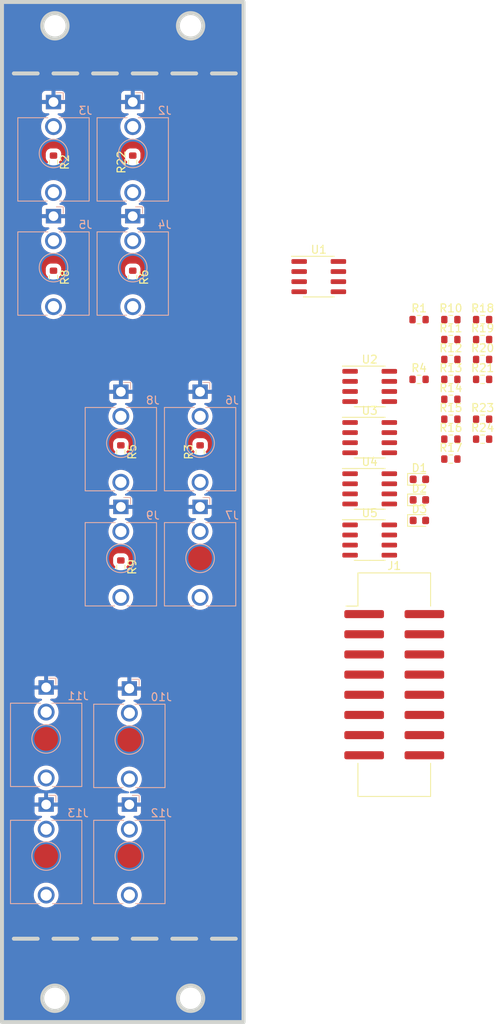
<source format=kicad_pcb>
(kicad_pcb (version 20221018) (generator pcbnew)
  (layers (0 "F.Cu" signal) (31 "B.Cu" signal) (34 "B.Paste" user) (35 "F.Paste" user) (36 "B.SilkS" user "B.Silkscreen") (37 "F.SilkS" user "F.Silkscreen") (38 "B.Mask" user) (39 "F.Mask" user) (44 "Edge.Cuts" user))
  (net 0 "")
  (net 1 "Net-(D1-K)")
  (net 2 "Net-(D1-A)")
  (net 3 "Net-(D2-K)")
  (net 4 "Net-(D2-A)")
  (net 5 "Net-(D3-K)")
  (net 6 "Net-(D3-A)")
  (net 7 "-12V")
  (net 8 "GND")
  (net 9 "+12V")
  (net 10 "+5V")
  (net 15 "Net-(U1A-+)")
  (net 17 "Net-(J3-PadT)")
  (net 19 "Net-(J4-PadT)")
  (net 21 "Net-(J5-PadT)")
  (net 23 "Net-(J6-PadT)")
  (net 25 "Net-(J7-PadT)")
  (net 27 "Net-(J8-PadT)")
  (net 29 "Net-(J9-PadT)")
  (net 31 "Net-(J10-PadT)")
  (net 33 "Net-(J11-PadT)")
  (net 35 "Net-(J12-PadT)")
  (net 37 "Net-(J13-PadT)")
  (net 39 "Net-(U1A--)")
  (net 40 "Net-(U3A--)")
  (net 41 "Net-(U4A-+)")
  (net 42 "Net-(U1B--)")
  (net 43 "Net-(U2A--)")
  (net 44 "Net-(R10-Pad2)")
  (net 45 "Net-(U3B--)")
  (net 46 "Net-(U5A--)")
  (net 47 "Net-(R17-Pad2)")
  (net 48 "Net-(U5B--)")
  (net 49 "Net-(U4B-+)")
  (net 50 "Net-(R22-Pad2)")
  (net 51 "Net-(R23-Pad2)")
  (footprint "Resistor_SMD:R_0603_1608Metric" (layer "F.Cu") (at 26.5 54.675 -90)
    (fp_text reference "R8" (at 0 -1.43 90) (layer "F.SilkS"))
    (fp_text value "680")
    (pad "1" smd roundrect (at -0.825 0 270) (size 0.8 0.95) (layers "F.Cu" "F.Paste" "F.Mask") (net 43 "Net-(U2A--)"))
    (pad "2" smd roundrect (at 0.825 0 270) (size 0.8 0.95) (layers "F.Cu" "F.Paste" "F.Mask") (net 21 "Net-(J5-PadT)"))
  )
  (footprint "Resistor_SMD:R_0603_1608Metric" (layer "F.Cu") (at 80.65 65.03)
    (fp_text reference "R20" (at 0 -1.43) (layer "F.SilkS"))
    (fp_text value "680")
    (pad "1" smd roundrect (at -0.825 0) (size 0.8 0.95) (layers "F.Cu" "F.Paste" "F.Mask") (net 49 "Net-(U4B-+)"))
    (pad "2" smd roundrect (at 0.825 0) (size 0.8 0.95) (layers "F.Cu" "F.Paste" "F.Mask") (net 37 "Net-(J13-PadT)"))
  )
  (footprint "Resistor_SMD:R_0603_1608Metric" (layer "F.Cu") (at 35 91.175 -90)
    (fp_text reference "R9" (at 0 -1.43 90) (layer "F.SilkS"))
    (fp_text value "680")
    (pad "1" smd roundrect (at -0.825 0 270) (size 0.8 0.95) (layers "F.Cu" "F.Paste" "F.Mask") (net 41 "Net-(U4A-+)"))
    (pad "2" smd roundrect (at 0.825 0 270) (size 0.8 0.95) (layers "F.Cu" "F.Paste" "F.Mask") (net 29 "Net-(J9-PadT)"))
  )
  (footprint "Resistor_SMD:R_0603_1608Metric" (layer "F.Cu") (at 76.64 65.03)
    (fp_text reference "R12" (at 0 -1.43) (layer "F.SilkS"))
    (fp_text value "100k")
    (pad "1" smd roundrect (at -0.825 0) (size 0.8 0.95) (layers "F.Cu" "F.Paste" "F.Mask") (net 45 "Net-(U3B--)"))
    (pad "2" smd roundrect (at 0.825 0) (size 0.8 0.95) (layers "F.Cu" "F.Paste" "F.Mask") (net 41 "Net-(U4A-+)"))
  )
  (footprint "LED_SMD:LED_0603_1608Metric" (layer "F.Cu") (at 72.67 82.72)
    (fp_text reference "D2" (at 0 -1.43) (layer "F.SilkS"))
    (fp_text value "LED_WHITE")
    (pad "1" smd roundrect (at -0.7875 0) (size 0.875 0.95) (layers "F.Cu" "F.Paste" "F.Mask") (net 3 "Net-(D2-K)"))
    (pad "2" smd roundrect (at 0.7875 0) (size 0.875 0.95) (layers "F.Cu" "F.Paste" "F.Mask") (net 4 "Net-(D2-A)"))
  )
  (footprint "Resistor_SMD:R_0603_1608Metric" (layer "F.Cu") (at 45 76.675 90)
    (fp_text reference "R3" (at 0 -1.43 90) (layer "F.SilkS"))
    (fp_text value "100k")
    (pad "1" smd roundrect (at -0.825 0 90) (size 0.8 0.95) (layers "F.Cu" "F.Paste" "F.Mask") (net 23 "Net-(J6-PadT)"))
    (pad "2" smd roundrect (at 0.825 0 90) (size 0.8 0.95) (layers "F.Cu" "F.Paste" "F.Mask") (net 40 "Net-(U3A--)"))
  )
  (footprint "Package_SO:SOIC-8_3.9x4.9mm_P1.27mm" (layer "F.Cu") (at 66.4 87.78)
    (fp_text reference "U5" (at 0 -3.4) (layer "F.SilkS"))
    (fp_text value "TL072")
    (pad "1" smd roundrect (at -2.475 -1.905) (size 1.95 0.6) (layers "F.Cu" "F.Paste" "F.Mask") (net 47 "Net-(R17-Pad2)"))
    (pad "2" smd roundrect (at -2.475 -0.635) (size 1.95 0.6) (layers "F.Cu" "F.Paste" "F.Mask") (net 46 "Net-(U5A--)"))
    (pad "3" smd roundrect (at -2.475 0.635) (size 1.95 0.6) (layers "F.Cu" "F.Paste" "F.Mask") (net 8 "GND"))
    (pad "4" smd roundrect (at -2.475 1.905) (size 1.95 0.6) (layers "F.Cu" "F.Paste" "F.Mask"))
    (pad "5" smd roundrect (at 2.475 1.905) (size 1.95 0.6) (layers "F.Cu" "F.Paste" "F.Mask") (net 8 "GND"))
    (pad "6" smd roundrect (at 2.475 0.635) (size 1.95 0.6) (layers "F.Cu" "F.Paste" "F.Mask") (net 48 "Net-(U5B--)"))
    (pad "7" smd roundrect (at 2.475 -0.635) (size 1.95 0.6) (layers "F.Cu" "F.Paste" "F.Mask") (net 49 "Net-(U4B-+)"))
    (pad "8" smd roundrect (at 2.475 -1.905) (size 1.95 0.6) (layers "F.Cu" "F.Paste" "F.Mask"))
  )
  (footprint "Resistor_SMD:R_0603_1608Metric" (layer "F.Cu") (at 80.65 60.01)
    (fp_text reference "R18" (at 0 -1.43) (layer "F.SilkS"))
    (fp_text value "100k")
    (pad "1" smd roundrect (at -0.825 0) (size 0.8 0.95) (layers "F.Cu" "F.Paste" "F.Mask") (net 47 "Net-(R17-Pad2)"))
    (pad "2" smd roundrect (at 0.825 0) (size 0.8 0.95) (layers "F.Cu" "F.Paste" "F.Mask") (net 48 "Net-(U5B--)"))
  )
  (footprint "Resistor_SMD:R_0603_1608Metric" (layer "F.Cu") (at 76.64 67.54)
    (fp_text reference "R13" (at 0 -1.43) (layer "F.SilkS"))
    (fp_text value "1k")
    (pad "1" smd roundrect (at -0.825 0) (size 0.8 0.95) (layers "F.Cu" "F.Paste" "F.Mask") (net 8 "GND"))
    (pad "2" smd roundrect (at 0.825 0) (size 0.8 0.95) (layers "F.Cu" "F.Paste" "F.Mask") (net 4 "Net-(D2-A)"))
  )
  (footprint "Resistor_SMD:R_0603_1608Metric" (layer "F.Cu") (at 35 76.675 -90)
    (fp_text reference "R5" (at 0 -1.43 90) (layer "F.SilkS"))
    (fp_text value "680")
    (pad "1" smd roundrect (at -0.825 0 270) (size 0.8 0.95) (layers "F.Cu" "F.Paste" "F.Mask") (net 41 "Net-(U4A-+)"))
    (pad "2" smd roundrect (at 0.825 0 270) (size 0.8 0.95) (layers "F.Cu" "F.Paste" "F.Mask") (net 27 "Net-(J8-PadT)"))
  )
  (footprint "Resistor_SMD:R_0603_1608Metric" (layer "F.Cu") (at 36.5 54.675 -90)
    (fp_text reference "R6" (at 0 -1.43 90) (layer "F.SilkS"))
    (fp_text value "680")
    (pad "1" smd roundrect (at -0.825 0 270) (size 0.8 0.95) (layers "F.Cu" "F.Paste" "F.Mask") (net 42 "Net-(U1B--)"))
    (pad "2" smd roundrect (at 0.825 0 270) (size 0.8 0.95) (layers "F.Cu" "F.Paste" "F.Mask") (net 19 "Net-(J4-PadT)"))
  )
  (footprint "Resistor_SMD:R_0603_1608Metric" (layer "F.Cu") (at 26.5 40.175 -90)
    (fp_text reference "R2" (at 0 -1.43 90) (layer "F.SilkS"))
    (fp_text value "680")
    (pad "1" smd roundrect (at -0.825 0 270) (size 0.8 0.95) (layers "F.Cu" "F.Paste" "F.Mask") (net 39 "Net-(U1A--)"))
    (pad "2" smd roundrect (at 0.825 0 270) (size 0.8 0.95) (layers "F.Cu" "F.Paste" "F.Mask") (net 17 "Net-(J3-PadT)"))
  )
  (footprint "Resistor_SMD:R_0603_1608Metric" (layer "F.Cu") (at 80.65 75.07)
    (fp_text reference "R24" (at 0 -1.43) (layer "F.SilkS"))
    (fp_text value "330k")
    (pad "1" smd roundrect (at -0.825 0) (size 0.8 0.95) (layers "F.Cu" "F.Paste" "F.Mask") (net 51 "Net-(R23-Pad2)"))
    (pad "2" smd roundrect (at 0.825 0) (size 0.8 0.95) (layers "F.Cu" "F.Paste" "F.Mask") (net 8 "GND"))
  )
  (footprint "LED_SMD:LED_0603_1608Metric" (layer "F.Cu") (at 72.67 85.31)
    (fp_text reference "D3" (at 0 -1.43) (layer "F.SilkS"))
    (fp_text value "LED_WHITE")
    (pad "1" smd roundrect (at -0.7875 0) (size 0.875 0.95) (layers "F.Cu" "F.Paste" "F.Mask") (net 5 "Net-(D3-K)"))
    (pad "2" smd roundrect (at 0.7875 0) (size 0.875 0.95) (layers "F.Cu" "F.Paste" "F.Mask") (net 6 "Net-(D3-A)"))
  )
  (footprint "Resistor_SMD:R_0603_1608Metric" (layer "F.Cu") (at 80.65 62.52)
    (fp_text reference "R19" (at 0 -1.43) (layer "F.SilkS"))
    (fp_text value "100k")
    (pad "1" smd roundrect (at -0.825 0) (size 0.8 0.95) (layers "F.Cu" "F.Paste" "F.Mask") (net 48 "Net-(U5B--)"))
    (pad "2" smd roundrect (at 0.825 0) (size 0.8 0.95) (layers "F.Cu" "F.Paste" "F.Mask") (net 49 "Net-(U4B-+)"))
  )
  (footprint "Resistor_SMD:R_0603_1608Metric" (layer "F.Cu") (at 76.64 72.56)
    (fp_text reference "R15" (at 0 -1.43) (layer "F.SilkS"))
    (fp_text value "100k")
    (pad "1" smd roundrect (at -0.825 0) (size 0.8 0.95) (layers "F.Cu" "F.Paste" "F.Mask") (net 33 "Net-(J11-PadT)"))
    (pad "2" smd roundrect (at 0.825 0) (size 0.8 0.95) (layers "F.Cu" "F.Paste" "F.Mask") (net 46 "Net-(U5A--)"))
  )
  (footprint "Resistor_SMD:R_0603_1608Metric" (layer "F.Cu") (at 76.64 77.58)
    (fp_text reference "R17" (at 0 -1.43) (layer "F.SilkS"))
    (fp_text value "33k")
    (pad "1" smd roundrect (at -0.825 0) (size 0.8 0.95) (layers "F.Cu" "F.Paste" "F.Mask") (net 46 "Net-(U5A--)"))
    (pad "2" smd roundrect (at 0.825 0) (size 0.8 0.95) (layers "F.Cu" "F.Paste" "F.Mask") (net 47 "Net-(R17-Pad2)"))
  )
  (footprint "Package_SO:SOIC-8_3.9x4.9mm_P1.27mm" (layer "F.Cu") (at 66.4 74.88)
    (fp_text reference "U3" (at 0 -3.4) (layer "F.SilkS"))
    (fp_text value "TL072")
    (pad "1" smd roundrect (at -2.475 -1.905) (size 1.95 0.6) (layers "F.Cu" "F.Paste" "F.Mask") (net 44 "Net-(R10-Pad2)"))
    (pad "2" smd roundrect (at -2.475 -0.635) (size 1.95 0.6) (layers "F.Cu" "F.Paste" "F.Mask") (net 40 "Net-(U3A--)"))
    (pad "3" smd roundrect (at -2.475 0.635) (size 1.95 0.6) (layers "F.Cu" "F.Paste" "F.Mask") (net 8 "GND"))
    (pad "4" smd roundrect (at -2.475 1.905) (size 1.95 0.6) (layers "F.Cu" "F.Paste" "F.Mask") (net 7 "-12V"))
    (pad "5" smd roundrect (at 2.475 1.905) (size 1.95 0.6) (layers "F.Cu" "F.Paste" "F.Mask") (net 8 "GND"))
    (pad "6" smd roundrect (at 2.475 0.635) (size 1.95 0.6) (layers "F.Cu" "F.Paste" "F.Mask") (net 45 "Net-(U3B--)"))
    (pad "7" smd roundrect (at 2.475 -0.635) (size 1.95 0.6) (layers "F.Cu" "F.Paste" "F.Mask") (net 41 "Net-(U4A-+)"))
    (pad "8" smd roundrect (at 2.475 -1.905) (size 1.95 0.6) (layers "F.Cu" "F.Paste" "F.Mask") (net 9 "+12V"))
  )
  (footprint "Resistor_SMD:R_0603_1608Metric" (layer "F.Cu") (at 72.63 60.01)
    (fp_text reference "R1" (at 0 -1.43) (layer "F.SilkS"))
    (fp_text value "1k")
    (pad "1" smd roundrect (at -0.825 0) (size 0.8 0.95) (layers "F.Cu" "F.Paste" "F.Mask") (net 8 "GND"))
    (pad "2" smd roundrect (at 0.825 0) (size 0.8 0.95) (layers "F.Cu" "F.Paste" "F.Mask") (net 2 "Net-(D1-A)"))
  )
  (footprint "Resistor_SMD:R_0603_1608Metric" (layer "F.Cu") (at 80.65 67.54)
    (fp_text reference "R21" (at 0 -1.43) (layer "F.SilkS"))
    (fp_text value "1k")
    (pad "1" smd roundrect (at -0.825 0) (size 0.8 0.95) (layers "F.Cu" "F.Paste" "F.Mask") (net 8 "GND"))
    (pad "2" smd roundrect (at 0.825 0) (size 0.8 0.95) (layers "F.Cu" "F.Paste" "F.Mask") (net 6 "Net-(D3-A)"))
  )
  (footprint "Resistor_SMD:R_0603_1608Metric" (layer "F.Cu") (at 76.64 75.07)
    (fp_text reference "R16" (at 0 -1.43) (layer "F.SilkS"))
    (fp_text value "100k")
    (pad "1" smd roundrect (at -0.825 0) (size 0.8 0.95) (layers "F.Cu" "F.Paste" "F.Mask") (net 35 "Net-(J12-PadT)"))
    (pad "2" smd roundrect (at 0.825 0) (size 0.8 0.95) (layers "F.Cu" "F.Paste" "F.Mask") (net 46 "Net-(U5A--)"))
  )
  (footprint "Resistor_SMD:R_0603_1608Metric" (layer "F.Cu") (at 80.65 72.56)
    (fp_text reference "R23" (at 0 -1.43) (layer "F.SilkS"))
    (fp_text value "330k")
    (pad "1" smd roundrect (at -0.825 0) (size 0.8 0.95) (layers "F.Cu" "F.Paste" "F.Mask") (net 50 "Net-(R22-Pad2)"))
    (pad "2" smd roundrect (at 0.825 0) (size 0.8 0.95) (layers "F.Cu" "F.Paste" "F.Mask") (net 51 "Net-(R23-Pad2)"))
  )
  (footprint "Package_SO:SOIC-8_3.9x4.9mm_P1.27mm" (layer "F.Cu") (at 59.975 54.595)
    (fp_text reference "U1" (at 0 -3.4) (layer "F.SilkS"))
    (fp_text value "TL072")
    (pad "1" smd roundrect (at -2.475 -1.905) (size 1.95 0.6) (layers "F.Cu" "F.Paste" "F.Mask") (net 39 "Net-(U1A--)"))
    (pad "2" smd roundrect (at -2.475 -0.635) (size 1.95 0.6) (layers "F.Cu" "F.Paste" "F.Mask") (net 39 "Net-(U1A--)"))
    (pad "3" smd roundrect (at -2.475 0.635) (size 1.95 0.6) (layers "F.Cu" "F.Paste" "F.Mask") (net 15 "Net-(U1A-+)"))
    (pad "4" smd roundrect (at -2.475 1.905) (size 1.95 0.6) (layers "F.Cu" "F.Paste" "F.Mask") (net 7 "-12V"))
    (pad "5" smd roundrect (at 2.475 1.905) (size 1.95 0.6) (layers "F.Cu" "F.Paste" "F.Mask") (net 15 "Net-(U1A-+)"))
    (pad "6" smd roundrect (at 2.475 0.635) (size 1.95 0.6) (layers "F.Cu" "F.Paste" "F.Mask") (net 42 "Net-(U1B--)"))
    (pad "7" smd roundrect (at 2.475 -0.635) (size 1.95 0.6) (layers "F.Cu" "F.Paste" "F.Mask") (net 42 "Net-(U1B--)"))
    (pad "8" smd roundrect (at 2.475 -1.905) (size 1.95 0.6) (layers "F.Cu" "F.Paste" "F.Mask") (net 9 "+12V"))
  )
  (footprint "Resistor_SMD:R_0603_1608Metric" (layer "F.Cu") (at 36.5 40.175 90)
    (fp_text reference "R22" (at 0 -1.43 90) (layer "F.SilkS"))
    (fp_text value "330k")
    (pad "1" smd roundrect (at -0.825 0 90) (size 0.8 0.95) (layers "F.Cu" "F.Paste" "F.Mask") (net 15 "Net-(U1A-+)"))
    (pad "2" smd roundrect (at 0.825 0 90) (size 0.8 0.95) (layers "F.Cu" "F.Paste" "F.Mask") (net 50 "Net-(R22-Pad2)"))
  )
  (footprint "LED_SMD:LED_0603_1608Metric" (layer "F.Cu") (at 72.67 80.13)
    (fp_text reference "D1" (at 0 -1.43) (layer "F.SilkS"))
    (fp_text value "LED_WHITE")
    (pad "1" smd roundrect (at -0.7875 0) (size 0.875 0.95) (layers "F.Cu" "F.Paste" "F.Mask") (net 1 "Net-(D1-K)"))
    (pad "2" smd roundrect (at 0.7875 0) (size 0.875 0.95) (layers "F.Cu" "F.Paste" "F.Mask") (net 2 "Net-(D1-A)"))
  )
  (footprint "Connector_IDC:IDC-Header_2x08_P2.54mm_Vertical_SMD" (layer "F.Cu") (at 69.5 106)
    (fp_text reference "J1" (at 0 -14.97) (layer "F.SilkS"))
    (fp_text value "EuroPower16")
    (pad "1" smd roundrect (at -3.8 -8.89) (size 5 1.02) (layers "F.Cu" "F.Paste" "F.Mask") (net 7 "-12V"))
    (pad "2" smd roundrect (at 3.8 -8.89) (size 5 1.02) (layers "F.Cu" "F.Paste" "F.Mask") (net 7 "-12V"))
    (pad "3" smd roundrect (at -3.8 -6.35) (size 5 1.02) (layers "F.Cu" "F.Paste" "F.Mask") (net 8 "GND"))
    (pad "4" smd roundrect (at 3.8 -6.35) (size 5 1.02) (layers "F.Cu" "F.Paste" "F.Mask") (net 8 "GND"))
    (pad "5" smd roundrect (at -3.8 -3.81) (size 5 1.02) (layers "F.Cu" "F.Paste" "F.Mask") (net 8 "GND"))
    (pad "6" smd roundrect (at 3.8 -3.81) (size 5 1.02) (layers "F.Cu" "F.Paste" "F.Mask") (net 8 "GND"))
    (pad "7" smd roundrect (at -3.8 -1.27) (size 5 1.02) (layers "F.Cu" "F.Paste" "F.Mask") (net 8 "GND"))
    (pad "8" smd roundrect (at 3.8 -1.27) (size 5 1.02) (layers "F.Cu" "F.Paste" "F.Mask") (net 8 "GND"))
    (pad "9" smd roundrect (at -3.8 1.27) (size 5 1.02) (layers "F.Cu" "F.Paste" "F.Mask") (net 9 "+12V"))
    (pad "10" smd roundrect (at 3.8 1.27) (size 5 1.02) (layers "F.Cu" "F.Paste" "F.Mask") (net 9 "+12V"))
    (pad "11" smd roundrect (at -3.8 3.81) (size 5 1.02) (layers "F.Cu" "F.Paste" "F.Mask") (net 10 "+5V"))
    (pad "12" smd roundrect (at 3.8 3.81) (size 5 1.02) (layers "F.Cu" "F.Paste" "F.Mask") (net 10 "+5V"))
    (pad "13" smd roundrect (at -3.8 6.35) (size 5 1.02) (layers "F.Cu" "F.Paste" "F.Mask"))
    (pad "14" smd roundrect (at 3.8 6.35) (size 5 1.02) (layers "F.Cu" "F.Paste" "F.Mask"))
    (pad "15" smd roundrect (at -3.8 8.89) (size 5 1.02) (layers "F.Cu" "F.Paste" "F.Mask"))
    (pad "16" smd roundrect (at 3.8 8.89) (size 5 1.02) (layers "F.Cu" "F.Paste" "F.Mask"))
  )
  (footprint "Package_SO:SOIC-8_3.9x4.9mm_P1.27mm" (layer "F.Cu") (at 66.4 81.33)
    (fp_text reference "U4" (at 0 -3.4) (layer "F.SilkS"))
    (fp_text value "TL072")
    (pad "1" smd roundrect (at -2.475 -1.905) (size 1.95 0.6) (layers "F.Cu" "F.Paste" "F.Mask") (net 3 "Net-(D2-K)"))
    (pad "2" smd roundrect (at -2.475 -0.635) (size 1.95 0.6) (layers "F.Cu" "F.Paste" "F.Mask") (net 4 "Net-(D2-A)"))
    (pad "3" smd roundrect (at -2.475 0.635) (size 1.95 0.6) (layers "F.Cu" "F.Paste" "F.Mask") (net 41 "Net-(U4A-+)"))
    (pad "4" smd roundrect (at -2.475 1.905) (size 1.95 0.6) (layers "F.Cu" "F.Paste" "F.Mask") (net 7 "-12V"))
    (pad "5" smd roundrect (at 2.475 1.905) (size 1.95 0.6) (layers "F.Cu" "F.Paste" "F.Mask") (net 49 "Net-(U4B-+)"))
    (pad "6" smd roundrect (at 2.475 0.635) (size 1.95 0.6) (layers "F.Cu" "F.Paste" "F.Mask") (net 6 "Net-(D3-A)"))
    (pad "7" smd roundrect (at 2.475 -0.635) (size 1.95 0.6) (layers "F.Cu" "F.Paste" "F.Mask") (net 5 "Net-(D3-K)"))
    (pad "8" smd roundrect (at 2.475 -1.905) (size 1.95 0.6) (layers "F.Cu" "F.Paste" "F.Mask") (net 9 "+12V"))
  )
  (footprint "Resistor_SMD:R_0603_1608Metric" (layer "F.Cu") (at 72.63 67.54)
    (fp_text reference "R4" (at 0 -1.43) (layer "F.SilkS"))
    (fp_text value "100k")
    (pad "1" smd roundrect (at -0.825 0) (size 0.8 0.95) (layers "F.Cu" "F.Paste" "F.Mask") (net 25 "Net-(J7-PadT)"))
    (pad "2" smd roundrect (at 0.825 0) (size 0.8 0.95) (layers "F.Cu" "F.Paste" "F.Mask") (net 40 "Net-(U3A--)"))
  )
  (footprint "Resistor_SMD:R_0603_1608Metric" (layer "F.Cu") (at 76.64 70.05)
    (fp_text reference "R14" (at 0 -1.43) (layer "F.SilkS"))
    (fp_text value "100k")
    (pad "1" smd roundrect (at -0.825 0) (size 0.8 0.95) (layers "F.Cu" "F.Paste" "F.Mask") (net 31 "Net-(J10-PadT)"))
    (pad "2" smd roundrect (at 0.825 0) (size 0.8 0.95) (layers "F.Cu" "F.Paste" "F.Mask") (net 46 "Net-(U5A--)"))
  )
  (footprint "Resistor_SMD:R_0603_1608Metric" (layer "F.Cu") (at 76.64 62.52)
    (fp_text reference "R11" (at 0 -1.43) (layer "F.SilkS"))
    (fp_text value "100k")
    (pad "1" smd roundrect (at -0.825 0) (size 0.8 0.95) (layers "F.Cu" "F.Paste" "F.Mask") (net 44 "Net-(R10-Pad2)"))
    (pad "2" smd roundrect (at 0.825 0) (size 0.8 0.95) (layers "F.Cu" "F.Paste" "F.Mask") (net 45 "Net-(U3B--)"))
  )
  (footprint "Package_SO:SOIC-8_3.9x4.9mm_P1.27mm" (layer "F.Cu") (at 66.4 68.43)
    (fp_text reference "U2" (at 0 -3.4) (layer "F.SilkS"))
    (fp_text value "TL072")
    (pad "1" smd roundrect (at -2.475 -1.905) (size 1.95 0.6) (layers "F.Cu" "F.Paste" "F.Mask") (net 43 "Net-(U2A--)"))
    (pad "2" smd roundrect (at -2.475 -0.635) (size 1.95 0.6) (layers "F.Cu" "F.Paste" "F.Mask") (net 43 "Net-(U2A--)"))
    (pad "3" smd roundrect (at -2.475 0.635) (size 1.95 0.6) (layers "F.Cu" "F.Paste" "F.Mask") (net 15 "Net-(U1A-+)"))
    (pad "4" smd roundrect (at -2.475 1.905) (size 1.95 0.6) (layers "F.Cu" "F.Paste" "F.Mask") (net 7 "-12V"))
    (pad "5" smd roundrect (at 2.475 1.905) (size 1.95 0.6) (layers "F.Cu" "F.Paste" "F.Mask") (net 15 "Net-(U1A-+)"))
    (pad "6" smd roundrect (at 2.475 0.635) (size 1.95 0.6) (layers "F.Cu" "F.Paste" "F.Mask") (net 2 "Net-(D1-A)"))
    (pad "7" smd roundrect (at 2.475 -0.635) (size 1.95 0.6) (layers "F.Cu" "F.Paste" "F.Mask") (net 1 "Net-(D1-K)"))
    (pad "8" smd roundrect (at 2.475 -1.905) (size 1.95 0.6) (layers "F.Cu" "F.Paste" "F.Mask") (net 9 "+12V"))
  )
  (footprint "Resistor_SMD:R_0603_1608Metric" (layer "F.Cu") (at 76.64 60.01)
    (fp_text reference "R10" (at 0 -1.43) (layer "F.SilkS"))
    (fp_text value "100k")
    (pad "1" smd roundrect (at -0.825 0) (size 0.8 0.95) (layers "F.Cu" "F.Paste" "F.Mask") (net 40 "Net-(U3A--)"))
    (pad "2" smd roundrect (at 0.825 0) (size 0.8 0.95) (layers "F.Cu" "F.Paste" "F.Mask") (net 44 "Net-(R10-Pad2)"))
  )
  (footprint "Connector_Audio:Jack_3.5mm_QingPu_WQP-PJ398SM_Vertical_CircularHoles" (layer "B.Cu") (at 36.074166 106.48 180)
    (fp_text reference "J10" (at -4.03 -1.08) (layer "B.SilkS") (effects (justify mirror)))
    (fp_text value "Thonkiconn")
    (pad "S" thru_hole rect (at 0 0) (size 1.93 1.83) (drill 1.22) (layers "*.Cu" "*.Mask") (net 8 "GND"))
    (pad "T" thru_hole circle (at 0 -11.4) (size 2.13 2.13) (drill 1.43) (layers "*.Cu" "*.Mask") (net 31 "Net-(J10-PadT)"))
    (pad "TN" thru_hole circle (at 0 -3.1) (size 2.13 2.13) (drill 1.42) (layers "*.Cu" "*.Mask"))
    (zone (net 0) (net_name "") (layer "B.Cu") (connect_pads (clearance 0)) (min_thickness 0.254)
      (keepout (tracks not_allowed) (vias not_allowed) (pads not_allowed) (copperpour not_allowed) (footprints not_allowed))
      (fill (thermal_gap 0.508) (thermal_bridge_width 0.508))
      (polygon (pts (xy 34.569025 112.96) (xy 34.589236 112.714171) (xy 34.649325 112.474945) (xy 34.74768 112.248744) (xy 34.881658 112.041645) (xy 35.047662 111.85921) (xy 35.241234 111.706336) (xy 35.457174 111.587131) (xy 35.689684 111.504794) (xy 35.93252 111.461539) (xy 36.179159 111.458525) (xy 36.422979 111.495835) (xy 36.657432 111.572466) (xy 36.87622 111.68636) (xy 37.073469 111.834458) (xy 37.24388 112.012784) (xy 37.382878 112.216548) (xy 37.48673 112.440278) (xy 37.552647 112.677965) (xy 37.578858 112.923226) (xy 37.564659 113.169475) (xy 37.510432 113.410099) (xy 37.417634 113.638634) (xy 37.288755 113.848945) (xy 37.127258 114.035382) (xy 36.937479 114.192939) (xy 36.724516 114.317385) (xy 36.494087 114.405377) (xy 36.252381 114.454553) (xy 36.005888 114.463592) (xy 35.76123 114.43225) (xy 35.524975 114.36137) (xy 35.303469 114.252856) (xy 35.102661 114.109621) (xy 34.927943 113.935512) (xy 34.784008 113.735205) (xy 34.674721 113.514079) (xy 34.603017 113.278074) (xy 34.570822 113.033526)))
    )
  )
  (footprint "Connector_Audio:Jack_3.5mm_QingPu_WQP-PJ398SM_Vertical_CircularHoles" (layer "B.Cu") (at 45 83.6 180)
    (fp_text reference "J7" (at -4.03 -1.08) (layer "B.SilkS") (effects (justify mirror)))
    (fp_text value "Thonkiconn")
    (pad "S" thru_hole rect (at 0 0) (size 1.93 1.83) (drill 1.22) (layers "*.Cu" "*.Mask") (net 8 "GND"))
    (pad "T" thru_hole circle (at 0 -11.4) (size 2.13 2.13) (drill 1.43) (layers "*.Cu" "*.Mask") (net 25 "Net-(J7-PadT)"))
    (pad "TN" thru_hole circle (at 0 -3.1) (size 2.13 2.13) (drill 1.42) (layers "*.Cu" "*.Mask"))
    (zone (net 0) (net_name "") (layer "B.Cu") (connect_pads (clearance 0)) (min_thickness 0.254)
      (keepout (tracks not_allowed) (vias not_allowed) (pads not_allowed) (copperpour not_allowed) (footprints not_allowed))
      (fill (thermal_gap 0.508) (thermal_bridge_width 0.508))
      (polygon (pts (xy 43.494859 90.08) (xy 43.51507 89.834171) (xy 43.575159 89.594945) (xy 43.673514 89.368744) (xy 43.807492 89.161645) (xy 43.973496 88.97921) (xy 44.167068 88.826336) (xy 44.383008 88.707131) (xy 44.615518 88.624794) (xy 44.858354 88.581539) (xy 45.104993 88.578525) (xy 45.348813 88.615835) (xy 45.583266 88.692466) (xy 45.802054 88.80636) (xy 45.999303 88.954458) (xy 46.169714 89.132784) (xy 46.308712 89.336548) (xy 46.412564 89.560278) (xy 46.478481 89.797965) (xy 46.504692 90.043226) (xy 46.490493 90.289475) (xy 46.436266 90.530099) (xy 46.343468 90.758634) (xy 46.214589 90.968945) (xy 46.053092 91.155382) (xy 45.863313 91.312939) (xy 45.65035 91.437385) (xy 45.419921 91.525377) (xy 45.178215 91.574553) (xy 44.931722 91.583592) (xy 44.687064 91.55225) (xy 44.450809 91.48137) (xy 44.229303 91.372856) (xy 44.028495 91.229621) (xy 43.853777 91.055512) (xy 43.709842 90.855205) (xy 43.600555 90.634079) (xy 43.528851 90.398074) (xy 43.496656 90.153526)))
    )
  )
  (footprint "Connector_Audio:Jack_3.5mm_QingPu_WQP-PJ398SM_Vertical_CircularHoles" (layer "B.Cu") (at 26.5 32.6 180)
    (fp_text reference "J3" (at -4.03 -1.08) (layer "B.SilkS") (effects (justify mirror)))
    (fp_text value "Thonkiconn")
    (pad "S" thru_hole rect (at 0 0) (size 1.93 1.83) (drill 1.22) (layers "*.Cu" "*.Mask") (net 8 "GND"))
    (pad "T" thru_hole circle (at 0 -11.4) (size 2.13 2.13) (drill 1.43) (layers "*.Cu" "*.Mask") (net 17 "Net-(J3-PadT)"))
    (pad "TN" thru_hole circle (at 0 -3.1) (size 2.13 2.13) (drill 1.42) (layers "*.Cu" "*.Mask"))
    (zone (net 0) (net_name "") (layer "B.Cu") (connect_pads (clearance 0)) (min_thickness 0.254)
      (keepout (tracks not_allowed) (vias not_allowed) (pads not_allowed) (copperpour not_allowed) (footprints not_allowed))
      (fill (thermal_gap 0.508) (thermal_bridge_width 0.508))
      (polygon (pts (xy 24.994859 39.08) (xy 25.01507 38.834171) (xy 25.075159 38.594945) (xy 25.173514 38.368744) (xy 25.307492 38.161645) (xy 25.473496 37.97921) (xy 25.667068 37.826336) (xy 25.883008 37.707131) (xy 26.115518 37.624794) (xy 26.358354 37.581539) (xy 26.604993 37.578525) (xy 26.848813 37.615835) (xy 27.083266 37.692466) (xy 27.302054 37.80636) (xy 27.499303 37.954458) (xy 27.669714 38.132784) (xy 27.808712 38.336548) (xy 27.912564 38.560278) (xy 27.978481 38.797965) (xy 28.004692 39.043226) (xy 27.990493 39.289475) (xy 27.936266 39.530099) (xy 27.843468 39.758634) (xy 27.714589 39.968945) (xy 27.553092 40.155382) (xy 27.363313 40.312939) (xy 27.15035 40.437385) (xy 26.919921 40.525377) (xy 26.678215 40.574553) (xy 26.431722 40.583592) (xy 26.187064 40.55225) (xy 25.950809 40.48137) (xy 25.729303 40.372856) (xy 25.528495 40.229621) (xy 25.353777 40.055512) (xy 25.209842 39.855205) (xy 25.100555 39.634079) (xy 25.028851 39.398074) (xy 24.996656 39.153526)))
    )
  )
  (footprint "Connector_Audio:Jack_3.5mm_QingPu_WQP-PJ398SM_Vertical_CircularHoles" (layer "B.Cu") (at 36.5 32.6 180)
    (fp_text reference "J2" (at -4.03 -1.08) (layer "B.SilkS") (effects (justify mirror)))
    (fp_text value "Thonkiconn")
    (pad "S" thru_hole rect (at 0 0) (size 1.93 1.83) (drill 1.22) (layers "*.Cu" "*.Mask") (net 8 "GND"))
    (pad "T" thru_hole circle (at 0 -11.4) (size 2.13 2.13) (drill 1.43) (layers "*.Cu" "*.Mask") (net 15 "Net-(U1A-+)"))
    (pad "TN" thru_hole circle (at 0 -3.1) (size 2.13 2.13) (drill 1.42) (layers "*.Cu" "*.Mask"))
    (zone (net 0) (net_name "") (layer "B.Cu") (connect_pads (clearance 0)) (min_thickness 0.254)
      (keepout (tracks not_allowed) (vias not_allowed) (pads not_allowed) (copperpour not_allowed) (footprints not_allowed))
      (fill (thermal_gap 0.508) (thermal_bridge_width 0.508))
      (polygon (pts (xy 34.994859 39.08) (xy 35.01507 38.834171) (xy 35.075159 38.594945) (xy 35.173514 38.368744) (xy 35.307492 38.161645) (xy 35.473496 37.97921) (xy 35.667068 37.826336) (xy 35.883008 37.707131) (xy 36.115518 37.624794) (xy 36.358354 37.581539) (xy 36.604993 37.578525) (xy 36.848813 37.615835) (xy 37.083266 37.692466) (xy 37.302054 37.80636) (xy 37.499303 37.954458) (xy 37.669714 38.132784) (xy 37.808712 38.336548) (xy 37.912564 38.560278) (xy 37.978481 38.797965) (xy 38.004692 39.043226) (xy 37.990493 39.289475) (xy 37.936266 39.530099) (xy 37.843468 39.758634) (xy 37.714589 39.968945) (xy 37.553092 40.155382) (xy 37.363313 40.312939) (xy 37.15035 40.437385) (xy 36.919921 40.525377) (xy 36.678215 40.574553) (xy 36.431722 40.583592) (xy 36.187064 40.55225) (xy 35.950809 40.48137) (xy 35.729303 40.372856) (xy 35.528495 40.229621) (xy 35.353777 40.055512) (xy 35.209842 39.855205) (xy 35.100555 39.634079) (xy 35.028851 39.398074) (xy 34.996656 39.153526)))
    )
  )
  (footprint "Connector_Audio:Jack_3.5mm_QingPu_WQP-PJ398SM_Vertical_CircularHoles" (layer "B.Cu") (at 36.074166 121.1 180)
    (fp_text reference "J12" (at -4.03 -1.08) (layer "B.SilkS") (effects (justify mirror)))
    (fp_text value "Thonkiconn")
    (pad "S" thru_hole rect (at 0 0) (size 1.93 1.83) (drill 1.22) (layers "*.Cu" "*.Mask") (net 8 "GND"))
    (pad "T" thru_hole circle (at 0 -11.4) (size 2.13 2.13) (drill 1.43) (layers "*.Cu" "*.Mask") (net 35 "Net-(J12-PadT)"))
    (pad "TN" thru_hole circle (at 0 -3.1) (size 2.13 2.13) (drill 1.42) (layers "*.Cu" "*.Mask"))
    (zone (net 0) (net_name "") (layer "B.Cu") (connect_pads (clearance 0)) (min_thickness 0.254)
      (keepout (tracks not_allowed) (vias not_allowed) (pads not_allowed) (copperpour not_allowed) (footprints not_allowed))
      (fill (thermal_gap 0.508) (thermal_bridge_width 0.508))
      (polygon (pts (xy 34.569025 127.58) (xy 34.589236 127.334171) (xy 34.649325 127.094945) (xy 34.74768 126.868744) (xy 34.881658 126.661645) (xy 35.047662 126.47921) (xy 35.241234 126.326336) (xy 35.457174 126.207131) (xy 35.689684 126.124794) (xy 35.93252 126.081539) (xy 36.179159 126.078525) (xy 36.422979 126.115835) (xy 36.657432 126.192466) (xy 36.87622 126.30636) (xy 37.073469 126.454458) (xy 37.24388 126.632784) (xy 37.382878 126.836548) (xy 37.48673 127.060278) (xy 37.552647 127.297965) (xy 37.578858 127.543226) (xy 37.564659 127.789475) (xy 37.510432 128.030099) (xy 37.417634 128.258634) (xy 37.288755 128.468945) (xy 37.127258 128.655382) (xy 36.937479 128.812939) (xy 36.724516 128.937385) (xy 36.494087 129.025377) (xy 36.252381 129.074553) (xy 36.005888 129.083592) (xy 35.76123 129.05225) (xy 35.524975 128.98137) (xy 35.303469 128.872856) (xy 35.102661 128.729621) (xy 34.927943 128.555512) (xy 34.784008 128.355205) (xy 34.674721 128.134079) (xy 34.603017 127.898074) (xy 34.570822 127.653526)))
    )
  )
  (footprint "Connector_Audio:Jack_3.5mm_QingPu_WQP-PJ398SM_Vertical_CircularHoles" (layer "B.Cu") (at 35 83.6 180)
    (fp_text reference "J9" (at -4.03 -1.08) (layer "B.SilkS") (effects (justify mirror)))
    (fp_text value "Thonkiconn")
    (pad "S" thru_hole rect (at 0 0) (size 1.93 1.83) (drill 1.22) (layers "*.Cu" "*.Mask") (net 8 "GND"))
    (pad "T" thru_hole circle (at 0 -11.4) (size 2.13 2.13) (drill 1.43) (layers "*.Cu" "*.Mask") (net 29 "Net-(J9-PadT)"))
    (pad "TN" thru_hole circle (at 0 -3.1) (size 2.13 2.13) (drill 1.42) (layers "*.Cu" "*.Mask"))
    (zone (net 0) (net_name "") (layer "B.Cu") (connect_pads (clearance 0)) (min_thickness 0.254)
      (keepout (tracks not_allowed) (vias not_allowed) (pads not_allowed) (copperpour not_allowed) (footprints not_allowed))
      (fill (thermal_gap 0.508) (thermal_bridge_width 0.508))
      (polygon (pts (xy 33.494859 90.08) (xy 33.51507 89.834171) (xy 33.575159 89.594945) (xy 33.673514 89.368744) (xy 33.807492 89.161645) (xy 33.973496 88.97921) (xy 34.167068 88.826336) (xy 34.383008 88.707131) (xy 34.615518 88.624794) (xy 34.858354 88.581539) (xy 35.104993 88.578525) (xy 35.348813 88.615835) (xy 35.583266 88.692466) (xy 35.802054 88.80636) (xy 35.999303 88.954458) (xy 36.169714 89.132784) (xy 36.308712 89.336548) (xy 36.412564 89.560278) (xy 36.478481 89.797965) (xy 36.504692 90.043226) (xy 36.490493 90.289475) (xy 36.436266 90.530099) (xy 36.343468 90.758634) (xy 36.214589 90.968945) (xy 36.053092 91.155382) (xy 35.863313 91.312939) (xy 35.65035 91.437385) (xy 35.419921 91.525377) (xy 35.178215 91.574553) (xy 34.931722 91.583592) (xy 34.687064 91.55225) (xy 34.450809 91.48137) (xy 34.229303 91.372856) (xy 34.028495 91.229621) (xy 33.853777 91.055512) (xy 33.709842 90.855205) (xy 33.600555 90.634079) (xy 33.528851 90.398074) (xy 33.496656 90.153526)))
    )
  )
  (footprint "Connector_Audio:Jack_3.5mm_QingPu_WQP-PJ398SM_Vertical_CircularHoles" (layer "B.Cu") (at 26.5 46.98 180)
    (fp_text reference "J5" (at -4.03 -1.08) (layer "B.SilkS") (effects (justify mirror)))
    (fp_text value "Thonkiconn")
    (pad "S" thru_hole rect (at 0 0) (size 1.93 1.83) (drill 1.22) (layers "*.Cu" "*.Mask") (net 8 "GND"))
    (pad "T" thru_hole circle (at 0 -11.4) (size 2.13 2.13) (drill 1.43) (layers "*.Cu" "*.Mask") (net 21 "Net-(J5-PadT)"))
    (pad "TN" thru_hole circle (at 0 -3.1) (size 2.13 2.13) (drill 1.42) (layers "*.Cu" "*.Mask"))
    (zone (net 0) (net_name "") (layer "B.Cu") (connect_pads (clearance 0)) (min_thickness 0.254)
      (keepout (tracks not_allowed) (vias not_allowed) (pads not_allowed) (copperpour not_allowed) (footprints not_allowed))
      (fill (thermal_gap 0.508) (thermal_bridge_width 0.508))
      (polygon (pts (xy 24.994859 53.46) (xy 25.01507 53.214171) (xy 25.075159 52.974945) (xy 25.173514 52.748744) (xy 25.307492 52.541645) (xy 25.473496 52.35921) (xy 25.667068 52.206336) (xy 25.883008 52.087131) (xy 26.115518 52.004794) (xy 26.358354 51.961539) (xy 26.604993 51.958525) (xy 26.848813 51.995835) (xy 27.083266 52.072466) (xy 27.302054 52.18636) (xy 27.499303 52.334458) (xy 27.669714 52.512784) (xy 27.808712 52.716548) (xy 27.912564 52.940278) (xy 27.978481 53.177965) (xy 28.004692 53.423226) (xy 27.990493 53.669475) (xy 27.936266 53.910099) (xy 27.843468 54.138634) (xy 27.714589 54.348945) (xy 27.553092 54.535382) (xy 27.363313 54.692939) (xy 27.15035 54.817385) (xy 26.919921 54.905377) (xy 26.678215 54.954553) (xy 26.431722 54.963592) (xy 26.187064 54.93225) (xy 25.950809 54.86137) (xy 25.729303 54.752856) (xy 25.528495 54.609621) (xy 25.353777 54.435512) (xy 25.209842 54.235205) (xy 25.100555 54.014079) (xy 25.028851 53.778074) (xy 24.996656 53.533526)))
    )
  )
  (footprint "Connector_Audio:Jack_3.5mm_QingPu_WQP-PJ398SM_Vertical_CircularHoles" (layer "B.Cu") (at 35 69.1 180)
    (fp_text reference "J8" (at -4.03 -1.08) (layer "B.SilkS") (effects (justify mirror)))
    (fp_text value "Thonkiconn")
    (pad "S" thru_hole rect (at 0 0) (size 1.93 1.83) (drill 1.22) (layers "*.Cu" "*.Mask") (net 8 "GND"))
    (pad "T" thru_hole circle (at 0 -11.4) (size 2.13 2.13) (drill 1.43) (layers "*.Cu" "*.Mask") (net 27 "Net-(J8-PadT)"))
    (pad "TN" thru_hole circle (at 0 -3.1) (size 2.13 2.13) (drill 1.42) (layers "*.Cu" "*.Mask"))
    (zone (net 0) (net_name "") (layer "B.Cu") (connect_pads (clearance 0)) (min_thickness 0.254)
      (keepout (tracks not_allowed) (vias not_allowed) (pads not_allowed) (copperpour not_allowed) (footprints not_allowed))
      (fill (thermal_gap 0.508) (thermal_bridge_width 0.508))
      (polygon (pts (xy 33.494859 75.58) (xy 33.51507 75.334171) (xy 33.575159 75.094945) (xy 33.673514 74.868744) (xy 33.807492 74.661645) (xy 33.973496 74.47921) (xy 34.167068 74.326336) (xy 34.383008 74.207131) (xy 34.615518 74.124794) (xy 34.858354 74.081539) (xy 35.104993 74.078525) (xy 35.348813 74.115835) (xy 35.583266 74.192466) (xy 35.802054 74.30636) (xy 35.999303 74.454458) (xy 36.169714 74.632784) (xy 36.308712 74.836548) (xy 36.412564 75.060278) (xy 36.478481 75.297965) (xy 36.504692 75.543226) (xy 36.490493 75.789475) (xy 36.436266 76.030099) (xy 36.343468 76.258634) (xy 36.214589 76.468945) (xy 36.053092 76.655382) (xy 35.863313 76.812939) (xy 35.65035 76.937385) (xy 35.419921 77.025377) (xy 35.178215 77.074553) (xy 34.931722 77.083592) (xy 34.687064 77.05225) (xy 34.450809 76.98137) (xy 34.229303 76.872856) (xy 34.028495 76.729621) (xy 33.853777 76.555512) (xy 33.709842 76.355205) (xy 33.600555 76.134079) (xy 33.528851 75.898074) (xy 33.496656 75.653526)))
    )
  )
  (footprint "Connector_Audio:Jack_3.5mm_QingPu_WQP-PJ398SM_Vertical_CircularHoles" (layer "B.Cu") (at 25.574166 121.1 180)
    (fp_text reference "J13" (at -4.03 -1.08) (layer "B.SilkS") (effects (justify mirror)))
    (fp_text value "Thonkiconn")
    (pad "S" thru_hole rect (at 0 0) (size 1.93 1.83) (drill 1.22) (layers "*.Cu" "*.Mask") (net 8 "GND"))
    (pad "T" thru_hole circle (at 0 -11.4) (size 2.13 2.13) (drill 1.43) (layers "*.Cu" "*.Mask") (net 37 "Net-(J13-PadT)"))
    (pad "TN" thru_hole circle (at 0 -3.1) (size 2.13 2.13) (drill 1.42) (layers "*.Cu" "*.Mask"))
    (zone (net 0) (net_name "") (layer "B.Cu") (connect_pads (clearance 0)) (min_thickness 0.254)
      (keepout (tracks not_allowed) (vias not_allowed) (pads not_allowed) (copperpour not_allowed) (footprints not_allowed))
      (fill (thermal_gap 0.508) (thermal_bridge_width 0.508))
      (polygon (pts (xy 24.069025 127.58) (xy 24.089236 127.334171) (xy 24.149325 127.094945) (xy 24.24768 126.868744) (xy 24.381658 126.661645) (xy 24.547662 126.47921) (xy 24.741234 126.326336) (xy 24.957174 126.207131) (xy 25.189684 126.124794) (xy 25.43252 126.081539) (xy 25.679159 126.078525) (xy 25.922979 126.115835) (xy 26.157432 126.192466) (xy 26.37622 126.30636) (xy 26.573469 126.454458) (xy 26.74388 126.632784) (xy 26.882878 126.836548) (xy 26.98673 127.060278) (xy 27.052647 127.297965) (xy 27.078858 127.543226) (xy 27.064659 127.789475) (xy 27.010432 128.030099) (xy 26.917634 128.258634) (xy 26.788755 128.468945) (xy 26.627258 128.655382) (xy 26.437479 128.812939) (xy 26.224516 128.937385) (xy 25.994087 129.025377) (xy 25.752381 129.074553) (xy 25.505888 129.083592) (xy 25.26123 129.05225) (xy 25.024975 128.98137) (xy 24.803469 128.872856) (xy 24.602661 128.729621) (xy 24.427943 128.555512) (xy 24.284008 128.355205) (xy 24.174721 128.134079) (xy 24.103017 127.898074) (xy 24.070822 127.653526)))
    )
  )
  (footprint "Connector_Audio:Jack_3.5mm_QingPu_WQP-PJ398SM_Vertical_CircularHoles" (layer "B.Cu") (at 36.5 46.98 180)
    (fp_text reference "J4" (at -4.03 -1.08) (layer "B.SilkS") (effects (justify mirror)))
    (fp_text value "Thonkiconn")
    (pad "S" thru_hole rect (at 0 0) (size 1.93 1.83) (drill 1.22) (layers "*.Cu" "*.Mask") (net 8 "GND"))
    (pad "T" thru_hole circle (at 0 -11.4) (size 2.13 2.13) (drill 1.43) (layers "*.Cu" "*.Mask") (net 19 "Net-(J4-PadT)"))
    (pad "TN" thru_hole circle (at 0 -3.1) (size 2.13 2.13) (drill 1.42) (layers "*.Cu" "*.Mask"))
    (zone (net 0) (net_name "") (layer "B.Cu") (connect_pads (clearance 0)) (min_thickness 0.254)
      (keepout (tracks not_allowed) (vias not_allowed) (pads not_allowed) (copperpour not_allowed) (footprints not_allowed))
      (fill (thermal_gap 0.508) (thermal_bridge_width 0.508))
      (polygon (pts (xy 34.994859 53.46) (xy 35.01507 53.214171) (xy 35.075159 52.974945) (xy 35.173514 52.748744) (xy 35.307492 52.541645) (xy 35.473496 52.35921) (xy 35.667068 52.206336) (xy 35.883008 52.087131) (xy 36.115518 52.004794) (xy 36.358354 51.961539) (xy 36.604993 51.958525) (xy 36.848813 51.995835) (xy 37.083266 52.072466) (xy 37.302054 52.18636) (xy 37.499303 52.334458) (xy 37.669714 52.512784) (xy 37.808712 52.716548) (xy 37.912564 52.940278) (xy 37.978481 53.177965) (xy 38.004692 53.423226) (xy 37.990493 53.669475) (xy 37.936266 53.910099) (xy 37.843468 54.138634) (xy 37.714589 54.348945) (xy 37.553092 54.535382) (xy 37.363313 54.692939) (xy 37.15035 54.817385) (xy 36.919921 54.905377) (xy 36.678215 54.954553) (xy 36.431722 54.963592) (xy 36.187064 54.93225) (xy 35.950809 54.86137) (xy 35.729303 54.752856) (xy 35.528495 54.609621) (xy 35.353777 54.435512) (xy 35.209842 54.235205) (xy 35.100555 54.014079) (xy 35.028851 53.778074) (xy 34.996656 53.533526)))
    )
  )
  (footprint "Connector_Audio:Jack_3.5mm_QingPu_WQP-PJ398SM_Vertical_CircularHoles" (layer "B.Cu") (at 45 69.1 180)
    (fp_text reference "J6" (at -4.03 -1.08) (layer "B.SilkS") (effects (justify mirror)))
    (fp_text value "Thonkiconn")
    (pad "S" thru_hole rect (at 0 0) (size 1.93 1.83) (drill 1.22) (layers "*.Cu" "*.Mask") (net 8 "GND"))
    (pad "T" thru_hole circle (at 0 -11.4) (size 2.13 2.13) (drill 1.43) (layers "*.Cu" "*.Mask") (net 23 "Net-(J6-PadT)"))
    (pad "TN" thru_hole circle (at 0 -3.1) (size 2.13 2.13) (drill 1.42) (layers "*.Cu" "*.Mask"))
    (zone (net 0) (net_name "") (layer "B.Cu") (connect_pads (clearance 0)) (min_thickness 0.254)
      (keepout (tracks not_allowed) (vias not_allowed) (pads not_allowed) (copperpour not_allowed) (footprints not_allowed))
      (fill (thermal_gap 0.508) (thermal_bridge_width 0.508))
      (polygon (pts (xy 43.494859 75.58) (xy 43.51507 75.334171) (xy 43.575159 75.094945) (xy 43.673514 74.868744) (xy 43.807492 74.661645) (xy 43.973496 74.47921) (xy 44.167068 74.326336) (xy 44.383008 74.207131) (xy 44.615518 74.124794) (xy 44.858354 74.081539) (xy 45.104993 74.078525) (xy 45.348813 74.115835) (xy 45.583266 74.192466) (xy 45.802054 74.30636) (xy 45.999303 74.454458) (xy 46.169714 74.632784) (xy 46.308712 74.836548) (xy 46.412564 75.060278) (xy 46.478481 75.297965) (xy 46.504692 75.543226) (xy 46.490493 75.789475) (xy 46.436266 76.030099) (xy 46.343468 76.258634) (xy 46.214589 76.468945) (xy 46.053092 76.655382) (xy 45.863313 76.812939) (xy 45.65035 76.937385) (xy 45.419921 77.025377) (xy 45.178215 77.074553) (xy 44.931722 77.083592) (xy 44.687064 77.05225) (xy 44.450809 76.98137) (xy 44.229303 76.872856) (xy 44.028495 76.729621) (xy 43.853777 76.555512) (xy 43.709842 76.355205) (xy 43.600555 76.134079) (xy 43.528851 75.898074) (xy 43.496656 75.653526)))
    )
  )
  (footprint "Connector_Audio:Jack_3.5mm_QingPu_WQP-PJ398SM_Vertical_CircularHoles" (layer "B.Cu") (at 25.574166 106.349279 180)
    (fp_text reference "J11" (at -4.03 -1.08) (layer "B.SilkS") (effects (justify mirror)))
    (fp_text value "Thonkiconn")
    (pad "S" thru_hole rect (at 0 0) (size 1.93 1.83) (drill 1.22) (layers "*.Cu" "*.Mask") (net 8 "GND"))
    (pad "T" thru_hole circle (at 0 -11.4) (size 2.13 2.13) (drill 1.43) (layers "*.Cu" "*.Mask") (net 33 "Net-(J11-PadT)"))
    (pad "TN" thru_hole circle (at 0 -3.1) (size 2.13 2.13) (drill 1.42) (layers "*.Cu" "*.Mask"))
    (zone (net 0) (net_name "") (layer "B.Cu") (connect_pads (clearance 0)) (min_thickness 0.254)
      (keepout (tracks not_allowed) (vias not_allowed) (pads not_allowed) (copperpour not_allowed) (footprints not_allowed))
      (fill (thermal_gap 0.508) (thermal_bridge_width 0.508))
      (polygon (pts (xy 24.069025 112.829279) (xy 24.089236 112.58345) (xy 24.149325 112.344224) (xy 24.24768 112.118023) (xy 24.381658 111.910924) (xy 24.547662 111.728489) (xy 24.741234 111.575615) (xy 24.957174 111.45641) (xy 25.189684 111.374073) (xy 25.43252 111.330818) (xy 25.679159 111.327804) (xy 25.922979 111.365114) (xy 26.157432 111.441745) (xy 26.37622 111.555639) (xy 26.573469 111.703737) (xy 26.74388 111.882063) (xy 26.882878 112.085827) (xy 26.98673 112.309557) (xy 27.052647 112.547244) (xy 27.078858 112.792505) (xy 27.064659 113.038754) (xy 27.010432 113.279378) (xy 26.917634 113.507913) (xy 26.788755 113.718224) (xy 26.627258 113.904661) (xy 26.437479 114.062218) (xy 26.224516 114.186664) (xy 25.994087 114.274656) (xy 25.752381 114.323832) (xy 25.505888 114.332871) (xy 25.26123 114.301529) (xy 25.024975 114.230649) (xy 24.803469 114.122135) (xy 24.602661 113.9789) (xy 24.427943 113.804791) (xy 24.284008 113.604484) (xy 24.174721 113.383358) (xy 24.103017 113.147353) (xy 24.070822 112.902805)))
    )
  )
  (gr_rect (start 20 20) (end 50.48 148.5) (stroke (width 0.5)) (fill none) (layer "Edge.Cuts"))
  (gr_line (start 36.5 138) (end 39.5 138) (stroke (width 0.5)) (layer "Edge.Cuts"))
  (gr_circle (center 43.8 23) (end 43.8 24.6) (stroke (width 0.5)) (fill none) (layer "Edge.Cuts"))
  (gr_line (start 41.5 29) (end 44.5 29) (stroke (width 0.5)) (layer "Edge.Cuts"))
  (gr_line (start 21.5 29) (end 24.5 29) (stroke (width 0.5)) (layer "Edge.Cuts"))
  (gr_line (start 26.5 138) (end 29.5 138) (stroke (width 0.5)) (layer "Edge.Cuts"))
  (gr_line (start 21.5 138) (end 24.5 138) (stroke (width 0.5)) (layer "Edge.Cuts"))
  (gr_line (start 26.5 29) (end 29.5 29) (stroke (width 0.5)) (layer "Edge.Cuts"))
  (gr_line (start 36.5 29) (end 39.5 29) (stroke (width 0.5)) (layer "Edge.Cuts"))
  (gr_line (start 41.5 138) (end 44.5 138) (stroke (width 0.5)) (layer "Edge.Cuts"))
  (gr_line (start 31.5 29) (end 34.5 29) (stroke (width 0.5)) (layer "Edge.Cuts"))
  (gr_line (start 31.5 138) (end 34.5 138) (stroke (width 0.5)) (layer "Edge.Cuts"))
  (gr_circle (center 43.8 145.5) (end 43.8 147.1) (stroke (width 0.5)) (fill none) (layer "Edge.Cuts"))
  (gr_line (start 46.5 138) (end 49.5 138) (stroke (width 0.5)) (layer "Edge.Cuts"))
  (gr_circle (center 26.68 23) (end 26.68 24.6) (stroke (width 0.5)) (fill none) (layer "Edge.Cuts"))
  (gr_line (start 46.5 29) (end 49.5 29) (stroke (width 0.5)) (layer "Edge.Cuts"))
  (gr_circle (center 26.68 145.5) (end 26.68 147.1) (stroke (width 0.5)) (fill none) (layer "Edge.Cuts"))
  (zone (net 8) (net_name "GND") (layer "F.Cu") (connect_pads (clearance 0.5)) (min_thickness 0.25) (fill yes (thermal_gap 0.5) (thermal_bridge_width 0.5))
    (polygon (pts (xy 20 20) (xy 50.48 20) (xy 50.48 148.5) (xy 20 148.5)))
  )
  (zone (net 8) (net_name "GND") (layer "B.Cu") (connect_pads (clearance 0.5)) (min_thickness 0.25) (fill yes (thermal_gap 0.5) (thermal_bridge_width 0.5))
    (polygon (pts (xy 20 20) (xy 50.48 20) (xy 50.48 148.5) (xy 20 148.5)))
  )
)
</source>
